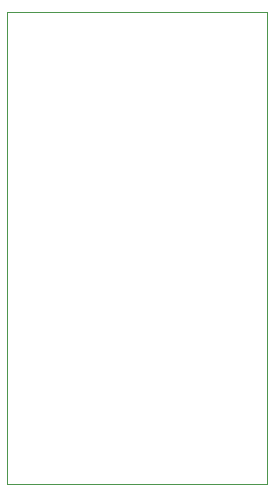
<source format=gko>
G04*
G04 #@! TF.GenerationSoftware,Altium Limited,Altium Designer,21.6.4 (81)*
G04*
G04 Layer_Color=16711935*
%FSLAX44Y44*%
%MOMM*%
G71*
G04*
G04 #@! TF.SameCoordinates,2E20B190-24BC-4988-8018-A0B7A5D4220C*
G04*
G04*
G04 #@! TF.FilePolarity,Positive*
G04*
G01*
G75*
%ADD53C,0.0254*%
D53*
X220000Y0D02*
X220000Y400000D01*
X0Y0D02*
X0Y400000D01*
X0Y0D02*
X220000D01*
X0Y400000D02*
X220000D01*
M02*

</source>
